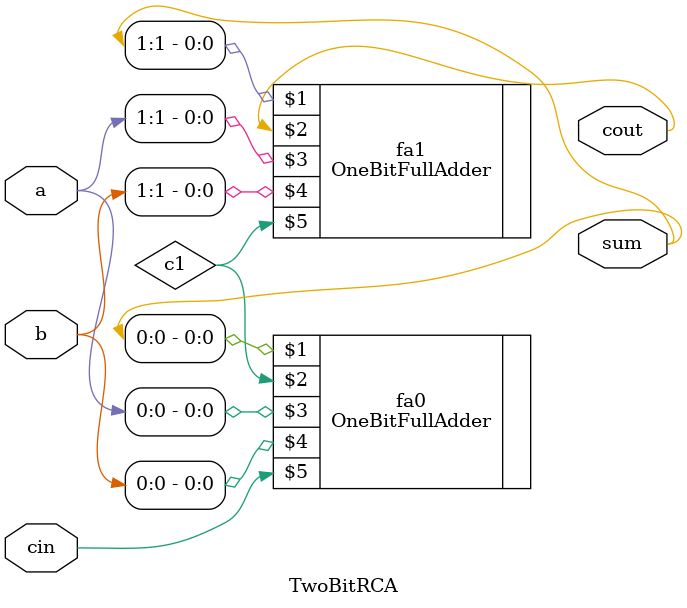
<source format=v>
`timescale 1ps / 1ps
module TwoBitRCA(output [1:0] sum, output cout, input [1:0] a, b, input cin);
    wire c1;

    OneBitFullAdder fa0(sum[0], c1,   a[0], b[0], cin);
    OneBitFullAdder fa1(sum[1], cout, a[1], b[1], c1);
endmodule


</source>
